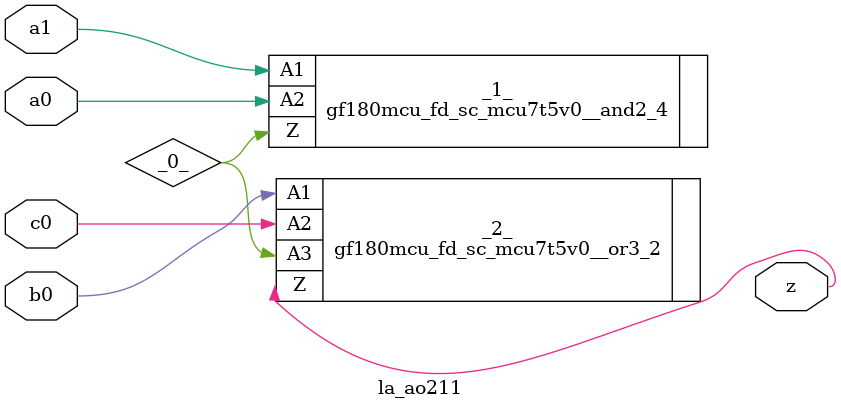
<source format=v>
/* Generated by Yosys 0.37 (git sha1 a5c7f69ed, clang 14.0.0-1ubuntu1.1 -fPIC -Os) */

module la_ao211(a0, a1, b0, c0, z);
  wire _0_;
  input a0;
  wire a0;
  input a1;
  wire a1;
  input b0;
  wire b0;
  input c0;
  wire c0;
  output z;
  wire z;
  gf180mcu_fd_sc_mcu7t5v0__and2_4 _1_ (
    .A1(a1),
    .A2(a0),
    .Z(_0_)
  );
  gf180mcu_fd_sc_mcu7t5v0__or3_2 _2_ (
    .A1(b0),
    .A2(c0),
    .A3(_0_),
    .Z(z)
  );
endmodule

</source>
